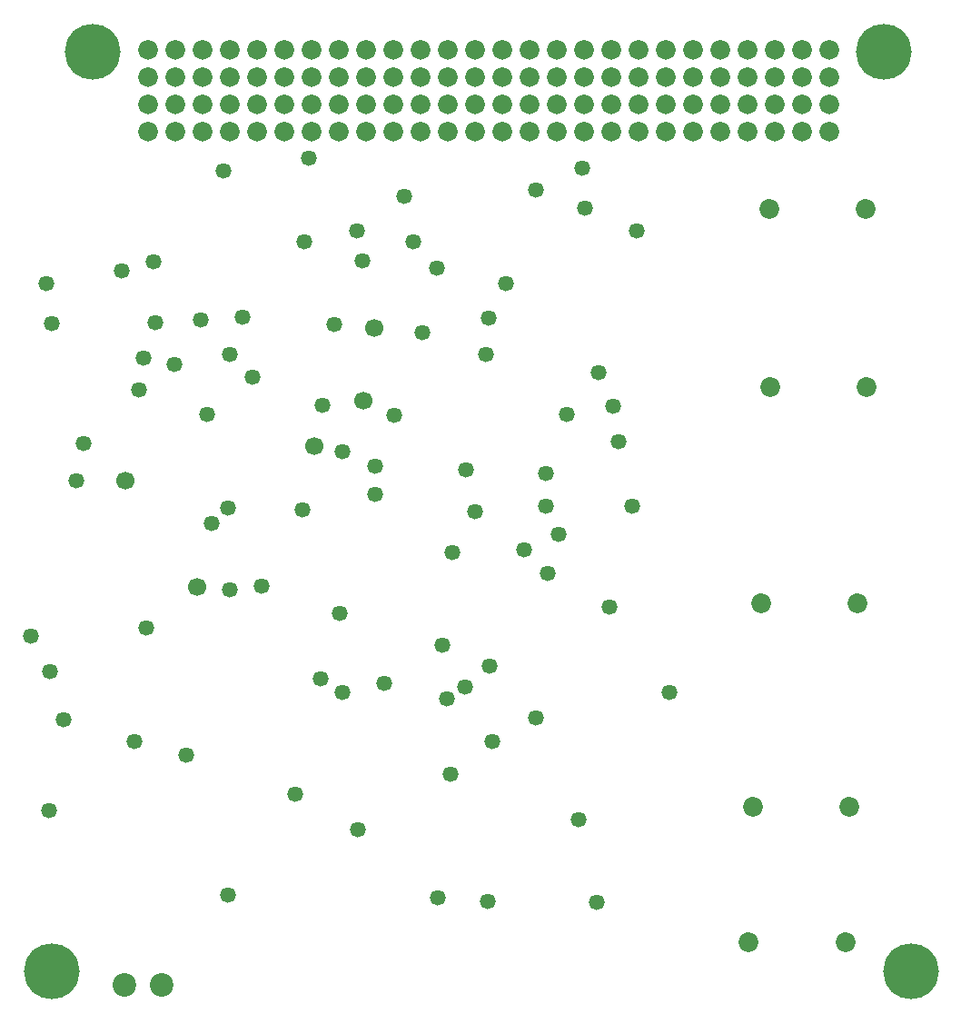
<source format=gbs>
G04 Layer_Color=16711935*
%FSLAX42Y42*%
%MOMM*%
G71*
G01*
G75*
%ADD72C,1.85*%
%ADD73C,2.20*%
%ADD74C,1.83*%
%ADD75C,5.20*%
%ADD76C,1.47*%
%ADD77C,1.70*%
D72*
X7188Y5964D02*
D03*
X8088D02*
D03*
X8081Y7620D02*
D03*
X7181D02*
D03*
X7104Y3947D02*
D03*
X8004D02*
D03*
X7930Y2052D02*
D03*
X7030D02*
D03*
X6990Y787D02*
D03*
X7890D02*
D03*
D73*
X1171Y391D02*
D03*
X1521D02*
D03*
D74*
X3926Y8338D02*
D03*
Y8592D02*
D03*
X7736Y8846D02*
D03*
Y9100D02*
D03*
Y8338D02*
D03*
Y8592D02*
D03*
X7482Y8846D02*
D03*
Y9100D02*
D03*
Y8338D02*
D03*
Y8592D02*
D03*
X7228Y8846D02*
D03*
Y9100D02*
D03*
Y8338D02*
D03*
Y8592D02*
D03*
X6974Y8846D02*
D03*
Y9100D02*
D03*
Y8338D02*
D03*
Y8592D02*
D03*
X6720Y8846D02*
D03*
Y9100D02*
D03*
Y8338D02*
D03*
Y8592D02*
D03*
X6466Y8846D02*
D03*
Y9100D02*
D03*
Y8338D02*
D03*
Y8592D02*
D03*
X6212Y8846D02*
D03*
Y9100D02*
D03*
Y8338D02*
D03*
Y8592D02*
D03*
X5958Y8846D02*
D03*
Y9100D02*
D03*
Y8338D02*
D03*
Y8592D02*
D03*
X5704Y8846D02*
D03*
Y9100D02*
D03*
Y8338D02*
D03*
Y8592D02*
D03*
X5450Y8846D02*
D03*
Y9100D02*
D03*
Y8338D02*
D03*
Y8592D02*
D03*
X5196Y8846D02*
D03*
Y9100D02*
D03*
Y8338D02*
D03*
Y8592D02*
D03*
X4942Y8846D02*
D03*
Y9100D02*
D03*
Y8338D02*
D03*
Y8592D02*
D03*
X4688Y8846D02*
D03*
Y9100D02*
D03*
Y8338D02*
D03*
Y8592D02*
D03*
X4434Y8846D02*
D03*
Y9100D02*
D03*
Y8338D02*
D03*
Y8592D02*
D03*
X4180Y8846D02*
D03*
Y9100D02*
D03*
Y8338D02*
D03*
Y8592D02*
D03*
X3926Y8846D02*
D03*
Y9100D02*
D03*
X3672Y8338D02*
D03*
Y8592D02*
D03*
Y8846D02*
D03*
Y9100D02*
D03*
X3418Y8338D02*
D03*
Y8592D02*
D03*
Y8846D02*
D03*
Y9100D02*
D03*
X3164Y8338D02*
D03*
Y8592D02*
D03*
Y8846D02*
D03*
Y9100D02*
D03*
X2910Y8338D02*
D03*
Y8592D02*
D03*
Y8846D02*
D03*
Y9100D02*
D03*
X2656Y8338D02*
D03*
Y8592D02*
D03*
Y8846D02*
D03*
Y9100D02*
D03*
X2402Y8338D02*
D03*
Y8592D02*
D03*
Y8846D02*
D03*
Y9100D02*
D03*
X2148Y8338D02*
D03*
Y8592D02*
D03*
Y8846D02*
D03*
Y9100D02*
D03*
X1894Y8338D02*
D03*
Y8592D02*
D03*
Y8846D02*
D03*
Y9100D02*
D03*
X1640Y8338D02*
D03*
Y8592D02*
D03*
Y8846D02*
D03*
Y9100D02*
D03*
X1386Y8338D02*
D03*
Y8592D02*
D03*
Y8846D02*
D03*
Y9100D02*
D03*
D75*
X8246Y9082D02*
D03*
X8498Y514D02*
D03*
X496Y512D02*
D03*
X876Y9082D02*
D03*
D76*
X5464Y7628D02*
D03*
X5946Y7417D02*
D03*
X4729Y6921D02*
D03*
X5433Y8004D02*
D03*
X5573Y1158D02*
D03*
X1882Y6586D02*
D03*
X1260Y2659D02*
D03*
X1745Y2532D02*
D03*
X605Y2858D02*
D03*
X472Y3307D02*
D03*
X724Y5085D02*
D03*
X5004Y2878D02*
D03*
X4133Y3556D02*
D03*
X2156Y4069D02*
D03*
X3015Y5789D02*
D03*
X1943Y5705D02*
D03*
X1148Y7046D02*
D03*
X1458Y6561D02*
D03*
X4595Y2662D02*
D03*
X1984Y4686D02*
D03*
X2365Y6053D02*
D03*
X2149Y6264D02*
D03*
X4542D02*
D03*
X3503Y5222D02*
D03*
X5588Y6096D02*
D03*
X4575Y3360D02*
D03*
X1369Y3713D02*
D03*
X4343Y3167D02*
D03*
X792Y5431D02*
D03*
X3686Y5697D02*
D03*
X4437Y4796D02*
D03*
X2131Y1227D02*
D03*
X5400Y1928D02*
D03*
X3345Y1839D02*
D03*
X2761Y2164D02*
D03*
X2830Y4816D02*
D03*
X3510Y4961D02*
D03*
X5723Y5784D02*
D03*
X5004Y7795D02*
D03*
X3863Y7313D02*
D03*
X4562Y6604D02*
D03*
X3124Y6546D02*
D03*
X490Y6553D02*
D03*
X5687Y3907D02*
D03*
X5116Y4221D02*
D03*
X4227Y4417D02*
D03*
X3175Y3851D02*
D03*
X3200Y3117D02*
D03*
X3592Y3203D02*
D03*
X2995Y3241D02*
D03*
X2271Y6609D02*
D03*
X1438Y7127D02*
D03*
X4351Y5192D02*
D03*
X3386Y7140D02*
D03*
X1633Y6170D02*
D03*
X1308Y5933D02*
D03*
X4178Y3058D02*
D03*
X2139Y4836D02*
D03*
X3203Y5357D02*
D03*
X4209Y2355D02*
D03*
X3340Y7412D02*
D03*
X4084Y7071D02*
D03*
X2845Y7315D02*
D03*
X3774Y7742D02*
D03*
X5296Y5710D02*
D03*
X5773Y5448D02*
D03*
X5215Y4590D02*
D03*
X5098Y4849D02*
D03*
X5905Y4851D02*
D03*
X6253Y3114D02*
D03*
X4892Y4442D02*
D03*
X2452Y4107D02*
D03*
X465Y2014D02*
D03*
X297Y3642D02*
D03*
X2095Y7978D02*
D03*
X439Y6924D02*
D03*
X3950Y6472D02*
D03*
X5100Y5156D02*
D03*
X1349Y6233D02*
D03*
X4094Y1199D02*
D03*
X4559Y1168D02*
D03*
X2885Y8095D02*
D03*
D77*
X3399Y5832D02*
D03*
X3500Y6510D02*
D03*
X1844Y4094D02*
D03*
X1176Y5085D02*
D03*
X2941Y5413D02*
D03*
M02*

</source>
